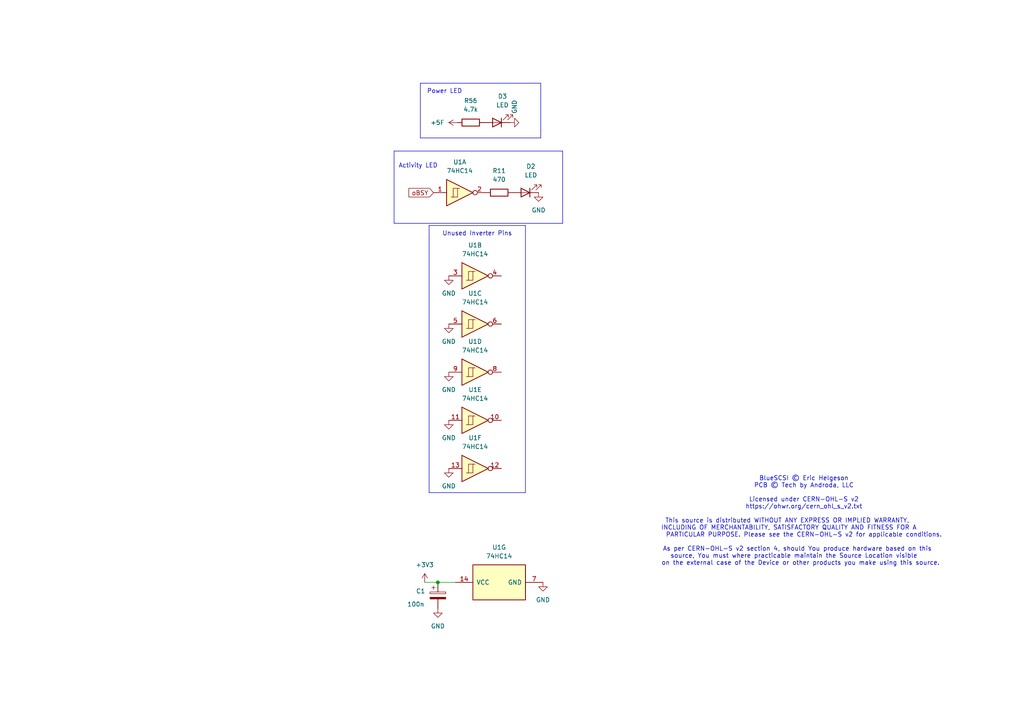
<source format=kicad_sch>
(kicad_sch (version 20231120) (generator "eeschema") (generator_version "8.0")
  (paper "A4")
  (title_block (title "BlueSCSI V2, DB25 External 2024.01a") (date "January 2024") (rev "1") (company "Tech by Androda, LLC"))
  (lib_symbols
    (symbol "74xx:74HC14" (pin_names (offset 1.016))
      (property "Reference" "U" (at 0 1.27 0))
      (property "Value" "74HC14" (at 0 -1.27 0))
      (symbol "74HC14_1_0"
        (polyline (pts (xy -3.81 3.81) (xy -3.81 -3.81) (xy 3.81 0) (xy -3.81 3.81)) (stroke (width 0.254)) (fill (type background)))
        (pin input line (at -7.62 0 0) (length 3.81) (name "~") (number "1"))
        (pin output inverted (at 7.62 0 180) (length 3.81) (name "~") (number "2"))
      )
      (symbol "74HC14_1_1"
        (polyline (pts (xy -1.905 -1.27) (xy -1.905 1.27) (xy -0.635 1.27)))
        (polyline (pts (xy -2.54 -1.27) (xy -0.635 -1.27) (xy -0.635 1.27) (xy 0 1.27)))
      )
      (symbol "74HC14_2_0"
        (polyline (pts (xy -3.81 3.81) (xy -3.81 -3.81) (xy 3.81 0) (xy -3.81 3.81)) (stroke (width 0.254)) (fill (type background)))
        (pin input line (at -7.62 0 0) (length 3.81) (name "~") (number "3"))
        (pin output inverted (at 7.62 0 180) (length 3.81) (name "~") (number "4"))
      )
      (symbol "74HC14_2_1"
        (polyline (pts (xy -1.905 -1.27) (xy -1.905 1.27) (xy -0.635 1.27)))
        (polyline (pts (xy -2.54 -1.27) (xy -0.635 -1.27) (xy -0.635 1.27) (xy 0 1.27)))
      )
      (symbol "74HC14_3_0"
        (polyline (pts (xy -3.81 3.81) (xy -3.81 -3.81) (xy 3.81 0) (xy -3.81 3.81)) (stroke (width 0.254)) (fill (type background)))
        (pin input line (at -7.62 0 0) (length 3.81) (name "~") (number "5"))
        (pin output inverted (at 7.62 0 180) (length 3.81) (name "~") (number "6"))
      )
      (symbol "74HC14_3_1"
        (polyline (pts (xy -1.905 -1.27) (xy -1.905 1.27) (xy -0.635 1.27)))
        (polyline (pts (xy -2.54 -1.27) (xy -0.635 -1.27) (xy -0.635 1.27) (xy 0 1.27)))
      )
      (symbol "74HC14_4_0"
        (polyline (pts (xy -3.81 3.81) (xy -3.81 -3.81) (xy 3.81 0) (xy -3.81 3.81)) (stroke (width 0.254)) (fill (type background)))
        (pin output inverted (at 7.62 0 180) (length 3.81) (name "~") (number "8"))
        (pin input line (at -7.62 0 0) (length 3.81) (name "~") (number "9"))
      )
      (symbol "74HC14_4_1"
        (polyline (pts (xy -1.905 -1.27) (xy -1.905 1.27) (xy -0.635 1.27)))
        (polyline (pts (xy -2.54 -1.27) (xy -0.635 -1.27) (xy -0.635 1.27) (xy 0 1.27)))
      )
      (symbol "74HC14_5_0"
        (polyline (pts (xy -3.81 3.81) (xy -3.81 -3.81) (xy 3.81 0) (xy -3.81 3.81)) (stroke (width 0.254)) (fill (type background)))
        (pin output inverted (at 7.62 0 180) (length 3.81) (name "~") (number "10"))
        (pin input line (at -7.62 0 0) (length 3.81) (name "~") (number "11"))
      )
      (symbol "74HC14_5_1"
        (polyline (pts (xy -1.905 -1.27) (xy -1.905 1.27) (xy -0.635 1.27)))
        (polyline (pts (xy -2.54 -1.27) (xy -0.635 -1.27) (xy -0.635 1.27) (xy 0 1.27)))
      )
      (symbol "74HC14_6_0"
        (polyline (pts (xy -3.81 3.81) (xy -3.81 -3.81) (xy 3.81 0) (xy -3.81 3.81)) (stroke (width 0.254)) (fill (type background)))
        (pin output inverted (at 7.62 0 180) (length 3.81) (name "~") (number "12"))
        (pin input line (at -7.62 0 0) (length 3.81) (name "~") (number "13"))
      )
      (symbol "74HC14_6_1"
        (polyline (pts (xy -1.905 -1.27) (xy -1.905 1.27) (xy -0.635 1.27)))
        (polyline (pts (xy -2.54 -1.27) (xy -0.635 -1.27) (xy -0.635 1.27) (xy 0 1.27)))
      )
      (symbol "74HC14_7_0"
        (pin power_in line (at 0 12.7 270) (length 5.08) (name "VCC") (number "14"))
        (pin power_in line (at 0 -12.7 90) (length 5.08) (name "GND") (number "7"))
      )
      (symbol "74HC14_7_1"
        (rectangle (start -5.08 7.62) (end 5.08 -7.62) (stroke (width 0.254)) (fill (type background)))
      )
    )
    (symbol "Device:CP" (pin_numbers hide) (pin_names (offset 0.254))
      (property "Reference" "C" (at 0.635 2.54 0))
      (property "Value" "Device_CP" (at 0.635 -2.54 0))
      (symbol "CP_0_1"
        (rectangle (start -2.286 0.508) (end 2.286 1.016))
        (polyline (pts (xy -1.778 2.286) (xy -0.762 2.286)))
        (polyline (pts (xy -1.27 2.794) (xy -1.27 1.778)))
        (rectangle (start 2.286 -0.508) (end -2.286 -1.016) (fill (type outline)))
      )
      (symbol "CP_1_1"
        (pin passive line (at 0 3.81 270) (length 2.794) (name "~") (number "1"))
        (pin passive line (at 0 -3.81 90) (length 2.794) (name "~") (number "2"))
      )
    )
    (symbol "Device:LED" (pin_numbers hide) (pin_names (offset 1.016) hide)
      (property "Reference" "D" (at 0 2.54 0))
      (property "Value" "LED" (at 0 -2.54 0))
      (symbol "LED_0_1"
        (polyline (pts (xy -1.27 -1.27) (xy -1.27 1.27)) (stroke (width 0.254)))
        (polyline (pts (xy -1.27 0) (xy 1.27 0)))
        (polyline (pts (xy 1.27 -1.27) (xy 1.27 1.27) (xy -1.27 0) (xy 1.27 -1.27)) (stroke (width 0.254)))
        (polyline (pts (xy -3.048 -0.762) (xy -4.572 -2.286) (xy -3.81 -2.286) (xy -4.572 -2.286) (xy -4.572 -1.524)))
        (polyline (pts (xy -1.778 -0.762) (xy -3.302 -2.286) (xy -2.54 -2.286) (xy -3.302 -2.286) (xy -3.302 -1.524)))
      )
      (symbol "LED_1_1"
        (pin passive line (at -3.81 0 0) (length 2.54) (name "K") (number "1"))
        (pin passive line (at 3.81 0 180) (length 2.54) (name "A") (number "2"))
      )
    )
    (symbol "Device:R" (pin_numbers hide) (pin_names (offset 0))
      (property "Reference" "R" (at 2.032 0 90))
      (property "Value" "R" (at 0 0 90))
      (symbol "R_0_1"
        (rectangle (start -1.016 -2.54) (end 1.016 2.54) (stroke (width 0.254)))
      )
      (symbol "R_1_1"
        (pin passive line (at 0 3.81 270) (length 1.27) (name "~") (number "1"))
        (pin passive line (at 0 -3.81 90) (length 1.27) (name "~") (number "2"))
      )
    )
    (symbol "power:+3.3V" (power) (pin_names (offset 0))
      (property "Value" "+3.3V" (at 0 3.556 0))
      (symbol "+3.3V_0_1"
        (polyline (pts (xy -0.762 1.27) (xy 0 2.54)))
        (polyline (pts (xy 0 0) (xy 0 2.54)))
        (polyline (pts (xy 0 2.54) (xy 0.762 1.27)))
      )
      (symbol "+3.3V_1_1"
        (pin power_in line (at 0 0 90) (length 0) hide (name "+3V3") (number "1"))
      )
    )
    (symbol "power:+5F" (power) (pin_names (offset 0))
      (property "Value" "+5F" (at 0 3.556 0))
      (symbol "+5F_0_1"
        (polyline (pts (xy -0.762 1.27) (xy 0 2.54)))
        (polyline (pts (xy 0 0) (xy 0 2.54)))
        (polyline (pts (xy 0 2.54) (xy 0.762 1.27)))
      )
      (symbol "+5F_1_1"
        (pin power_in line (at 0 0 90) (length 0) hide (name "+5F") (number "1"))
      )
    )
    (symbol "power:GND" (power) (pin_names (offset 0))
      (property "Value" "GND" (at 0 -3.81 0))
      (symbol "GND_0_1"
        (polyline (pts (xy 0 0) (xy 0 -1.27) (xy 1.27 -1.27) (xy 0 -2.54) (xy -1.27 -1.27) (xy 0 -1.27)))
      )
      (symbol "GND_1_1"
        (pin power_in line (at 0 0 270) (length 0) hide (name "GND") (number "1"))
      )
    )
  )
  (junction (at 127 168.91))
  (wire (pts (xy 123.19 168.91) (xy 127 168.91)))
  (polyline (pts (xy 121.92 24.13) (xy 156.845 24.13)))
  (polyline (pts (xy 114.3 43.815) (xy 114.3 64.77)))
  (polyline (pts (xy 114.3 43.815) (xy 163.195 43.815)))
  (polyline (pts (xy 156.845 40.005) (xy 156.845 24.13)))
  (polyline (pts (xy 163.195 64.77) (xy 163.195 43.815)))
  (polyline (pts (xy 121.92 24.13) (xy 121.92 40.005)))
  (polyline (pts (xy 114.3 64.77) (xy 163.195 64.77)))
  (polyline (pts (xy 152.4 65.405) (xy 124.46 65.405)))
  (wire (pts (xy 127 168.91) (xy 132.08 168.91)))
  (polyline (pts (xy 152.4 142.875) (xy 152.4 65.405)))
  (polyline (pts (xy 124.46 65.405) (xy 124.46 69.215)))
  (polyline (pts (xy 121.92 40.005) (xy 156.845 40.005)))
  (polyline (pts (xy 124.46 142.875) (xy 152.4 142.875)))
  (polyline (pts (xy 124.46 69.215) (xy 124.46 142.875)))
  (text "Power LED" (at 123.825 27.305 0) (effects (font (size 1.27 1.27)) (justify left bottom)))
  (text "BlueSCSI © Eric Helgeson\nPCB © Tech by Androda, LLC\n\nLicensed under CERN-OHL-S v2\nhttps://ohwr.org/cern_ohl_s_v2.txt\n\nThis source is distributed WITHOUT ANY EXPRESS OR IMPLIED WARRANTY,          \nINCLUDING OF MERCHANTABILITY, SATISFACTORY QUALITY AND FITNESS FOR A         \nPARTICULAR PURPOSE. Please see the CERN-OHL-S v2 for applicable conditions.\n\nAs per CERN-OHL-S v2 section 4, should You produce hardware based on this    \nsource, You must where practicable maintain the Source Location visible      \non the external case of the Device or other products you make using this source.  \n" (at 233.172 151.13 0) (effects (font (size 1.27 1.27))))
  (text "Activity LED" (at 115.57 48.895 0) (effects (font (size 1.27 1.27)) (justify left bottom)))
  (text "Unused Inverter Pins" (at 128.27 68.58 0) (effects (font (size 1.27 1.27)) (justify left bottom)))
  (global_label "oBSY" (shape input) (at 125.73 55.88 180) (property "Intersheetrefs" "${INTERSHEET_REFS}" (effects (hide yes))))
  (symbol (lib_id "power:GND") (at 157.48 168.91 0) (unit 1)
    (property "Reference" "#PWR034" (effects (hide yes)))
    (property "Value" "GND" (at 157.48 173.99 0))
  )
  (symbol (lib_id "power:GND") (at 130.175 121.92 0) (unit 1)
    (property "Reference" "#PWR030" (effects (hide yes)))
    (property "Value" "GND" (at 130.175 127 0))
  )
  (symbol (lib_id "power:+3.3V") (at 123.19 168.91 0) (unit 1)
    (property "Reference" "#PWR03" (effects (hide yes)))
    (property "Value" "+3V3" (at 123.19 163.83 0))
  )
  (symbol (lib_id "power:GND") (at 130.175 135.89 0) (unit 1)
    (property "Reference" "#PWR032" (effects (hide yes)))
    (property "Value" "GND" (at 130.175 140.97 0))
  )
  (symbol (lib_id "power:GND") (at 127 176.53 0) (unit 1)
    (property "Reference" "#PWR04" (effects (hide yes)))
    (property "Value" "GND" (at 127 181.61 0))
  )
  (symbol (lib_id "power:+5F") (at 132.715 35.56 90) (unit 1)
    (property "Reference" "#PWR0105" (effects (hide yes)))
    (property "Value" "+5F" (at 128.905 35.5599 90) (effects (justify left)))
  )
  (symbol (lib_id "Device:CP") (at 127 172.72 0) (unit 1)
    (property "Reference" "C1" (at 120.65 171.45 0) (effects (justify left)))
    (property "Value" "100n" (at 118.11 175.26 0) (effects (justify left)))
    (property "Footprint" "Capacitor_SMD:C_0805_2012Metric_Pad1.18x1.45mm_HandSolder" (effects (hide yes)))
  )
  (symbol (lib_id "power:GND") (at 147.955 35.56 90) (unit 1)
    (property "Reference" "#PWR068" (effects (hide yes)))
    (property "Value" "GND" (at 149.2249 33.02 0) (effects (justify left)))
  )
  (symbol (lib_id "Device:R") (at 144.78 55.88 90) (unit 1)
    (property "Reference" "R11" (at 144.78 49.53 90))
    (property "Value" "470" (at 144.78 52.07 90))
    (property "Footprint" "Resistor_SMD:R_0603_1608Metric_Pad0.98x0.95mm_HandSolder" (effects (hide yes)))
  )
  (symbol (lib_id "power:GND") (at 130.175 93.98 0) (unit 1)
    (property "Reference" "#PWR026" (effects (hide yes)))
    (property "Value" "GND" (at 130.175 99.06 0))
  )
  (symbol (lib_id "power:GND") (at 130.175 107.95 0) (unit 1)
    (property "Reference" "#PWR029" (effects (hide yes)))
    (property "Value" "GND" (at 130.175 113.03 0))
  )
  (symbol (lib_id "74xx:74HC14") (at 137.795 107.95 0) (unit 4)
    (property "Reference" "U1" (at 137.795 99.06 0))
    (property "Value" "74HC14" (at 137.795 101.6 0))
    (property "Datasheet" "http://www.ti.com/lit/gpn/sn74HC14" (effects (hide yes)))
  )
  (symbol (lib_id "Device:LED") (at 152.4 55.88 180) (unit 1)
    (property "Reference" "D2" (at 153.9875 48.26 0))
    (property "Value" "LED" (at 153.9875 50.8 0))
    (property "Footprint" "LED_SMD:LED_0603_1608Metric_Pad1.05x0.95mm_HandSolder" (effects (hide yes)))
  )
  (symbol (lib_id "Device:R") (at 136.525 35.56 90) (unit 1)
    (property "Reference" "R56" (at 136.525 29.21 90))
    (property "Value" "4.7k" (at 136.525 31.75 90))
    (property "Footprint" "Resistor_SMD:R_0603_1608Metric_Pad0.98x0.95mm_HandSolder" (effects (hide yes)))
  )
  (symbol (lib_id "74xx:74HC14") (at 137.795 93.98 0) (unit 3)
    (property "Reference" "U1" (at 137.795 85.09 0))
    (property "Value" "74HC14" (at 137.795 87.63 0))
    (property "Datasheet" "http://www.ti.com/lit/gpn/sn74HC14" (effects (hide yes)))
  )
  (symbol (lib_id "power:GND") (at 130.175 80.01 0) (unit 1)
    (property "Reference" "#PWR023" (effects (hide yes)))
    (property "Value" "GND" (at 130.175 85.09 0))
  )
  (symbol (lib_id "74xx:74HC14") (at 137.795 121.92 0) (unit 5)
    (property "Reference" "U1" (at 137.795 113.03 0))
    (property "Value" "74HC14" (at 137.795 115.57 0))
    (property "Datasheet" "http://www.ti.com/lit/gpn/sn74HC14" (effects (hide yes)))
  )
  (symbol (lib_id "74xx:74HC14") (at 133.35 55.88 0) (unit 1)
    (property "Reference" "U1" (at 133.35 46.99 0))
    (property "Value" "74HC14" (at 133.35 49.53 0))
    (property "Datasheet" "http://www.ti.com/lit/gpn/sn74HC14" (effects (hide yes)))
  )
  (symbol (lib_id "power:GND") (at 156.21 55.88 0) (unit 1)
    (property "Reference" "#PWR038" (effects (hide yes)))
    (property "Value" "GND" (at 156.21 60.96 0))
  )
  (symbol (lib_id "74xx:74HC14") (at 144.78 168.91 90) (unit 7)
    (property "Reference" "U1" (at 144.78 158.75 90))
    (property "Value" "74HC14" (at 144.78 161.29 90))
    (property "Footprint" "Package_SO:SOIC-14_3.9x8.7mm_P1.27mm" (effects (hide yes)))
    (property "Datasheet" "http://www.ti.com/lit/gpn/sn74HC14" (effects (hide yes)))
  )
  (symbol (lib_id "74xx:74HC14") (at 137.795 135.89 0) (unit 6)
    (property "Reference" "U1" (at 137.795 127 0))
    (property "Value" "74HC14" (at 137.795 129.54 0))
    (property "Datasheet" "http://www.ti.com/lit/gpn/sn74HC14" (effects (hide yes)))
  )
  (symbol (lib_id "74xx:74HC14") (at 137.795 80.01 0) (unit 2)
    (property "Reference" "U1" (at 137.795 71.12 0))
    (property "Value" "74HC14" (at 137.795 73.66 0))
    (property "Datasheet" "http://www.ti.com/lit/gpn/sn74HC14" (effects (hide yes)))
  )
  (symbol (lib_id "Device:LED") (at 144.145 35.56 180) (unit 1)
    (property "Reference" "D3" (at 145.7325 27.94 0))
    (property "Value" "LED" (at 145.7325 30.48 0))
    (property "Footprint" "LED_SMD:LED_0603_1608Metric_Pad1.05x0.95mm_HandSolder" (effects (hide yes)))
  )
)
</source>
